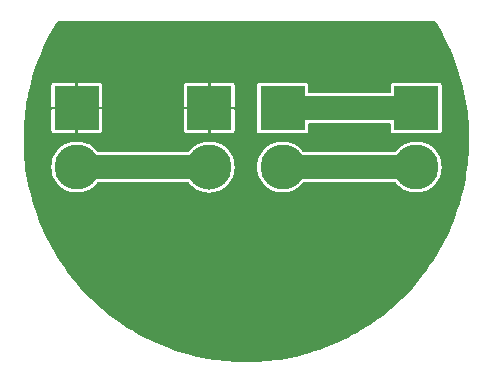
<source format=gbr>
%TF.GenerationSoftware,KiCad,Pcbnew,(7.0.0)*%
%TF.CreationDate,2024-02-03T20:30:22+01:00*%
%TF.ProjectId,Helios_IMU_F,48656c69-6f73-45f4-994d-555f462e6b69,rev?*%
%TF.SameCoordinates,PX9058260PY5c4edc0*%
%TF.FileFunction,Copper,L1,Top*%
%TF.FilePolarity,Positive*%
%FSLAX46Y46*%
G04 Gerber Fmt 4.6, Leading zero omitted, Abs format (unit mm)*
G04 Created by KiCad (PCBNEW (7.0.0)) date 2024-02-03 20:30:22*
%MOMM*%
%LPD*%
G01*
G04 APERTURE LIST*
%TA.AperFunction,ComponentPad*%
%ADD10R,3.800000X3.800000*%
%TD*%
%TA.AperFunction,ComponentPad*%
%ADD11C,3.800000*%
%TD*%
%TA.AperFunction,Conductor*%
%ADD12C,0.500000*%
%TD*%
%TA.AperFunction,Conductor*%
%ADD13C,2.000000*%
%TD*%
G04 APERTURE END LIST*
D10*
%TO.P,J1,1,Pin_1*%
%TO.N,GND*%
X-3146999Y2644999D03*
D11*
%TO.P,J1,2,Pin_2*%
%TO.N,VCC*%
X-3147000Y-2355000D03*
%TD*%
D10*
%TO.P,J2,1,Pin_1*%
%TO.N,SCL*%
X3075999Y2644999D03*
D11*
%TO.P,J2,2,Pin_2*%
%TO.N,SDA*%
X3076000Y-2355000D03*
%TD*%
D10*
%TO.P,J4,1,Pin_1*%
%TO.N,SCL*%
X14378999Y2644999D03*
D11*
%TO.P,J4,2,Pin_2*%
%TO.N,SDA*%
X14379000Y-2355000D03*
%TD*%
D10*
%TO.P,J3,1,Pin_1*%
%TO.N,GND*%
X-14355999Y2644999D03*
D11*
%TO.P,J3,2,Pin_2*%
%TO.N,VCC*%
X-14356000Y-2355000D03*
%TD*%
D12*
%TO.N,VCC*%
X-3147000Y-4046000D02*
X-3147000Y-2355000D01*
D13*
X-14356000Y-2355000D02*
X-3147000Y-2355000D01*
%TO.N,SDA*%
X3076000Y-2355000D02*
X14379000Y-2355000D01*
%TO.N,SCL*%
X3076000Y2645000D02*
X14379000Y2645000D01*
%TD*%
%TA.AperFunction,Conductor*%
%TO.N,GND*%
G36*
X15990208Y9988358D02*
G01*
X16035520Y9943900D01*
X16439096Y9264568D01*
X16441880Y9259626D01*
X16453171Y9238472D01*
X16845967Y8502522D01*
X16848525Y8497454D01*
X17173970Y7814122D01*
X17174036Y7813983D01*
X17218712Y7719876D01*
X17220969Y7714835D01*
X17480388Y7099005D01*
X17480471Y7098806D01*
X17555682Y6919392D01*
X17557682Y6914310D01*
X17771255Y6334455D01*
X17771304Y6334178D01*
X17771351Y6334194D01*
X17855450Y6104279D01*
X17857194Y6099169D01*
X18034458Y5540243D01*
X18034560Y5539919D01*
X18117395Y5276229D01*
X18118885Y5271103D01*
X18264670Y4726003D01*
X18264773Y4725615D01*
X18340955Y4437026D01*
X18342193Y4431898D01*
X18459469Y3896253D01*
X18459567Y3895801D01*
X18525664Y3588425D01*
X18526653Y3583305D01*
X18617257Y3054707D01*
X18621331Y3030326D01*
X18671128Y2732225D01*
X18671871Y2727127D01*
X18736958Y2204799D01*
X18737029Y2204217D01*
X18777042Y1870247D01*
X18777544Y1865181D01*
X18818037Y1348298D01*
X18818086Y1347651D01*
X18843179Y1004306D01*
X18843444Y999284D01*
X18860031Y487427D01*
X18860052Y486718D01*
X18869400Y136279D01*
X18869433Y131311D01*
X18862646Y-375457D01*
X18862633Y-376228D01*
X18855653Y-732066D01*
X18855460Y-736968D01*
X18825761Y-1238198D01*
X18825709Y-1239029D01*
X18801963Y-1598867D01*
X18801549Y-1603694D01*
X18749369Y-2098969D01*
X18749273Y-2099859D01*
X18708450Y-2462224D01*
X18707823Y-2466965D01*
X18633490Y-2956305D01*
X18633342Y-2957250D01*
X18575316Y-3320343D01*
X18574483Y-3324990D01*
X18478406Y-3807518D01*
X18478203Y-3808515D01*
X18402833Y-4171457D01*
X18401800Y-4176000D01*
X18284359Y-4651114D01*
X18284095Y-4652162D01*
X18191378Y-5013707D01*
X18190154Y-5018138D01*
X18051745Y-5485166D01*
X18051415Y-5486259D01*
X17941387Y-5845352D01*
X17939980Y-5849664D01*
X17781051Y-6307817D01*
X17780651Y-6308952D01*
X17653391Y-6664624D01*
X17651808Y-6668808D01*
X17472768Y-7117472D01*
X17472293Y-7118645D01*
X17328017Y-7469744D01*
X17326267Y-7473795D01*
X17127549Y-7912313D01*
X17126995Y-7913518D01*
X16965952Y-8259016D01*
X16964045Y-8262927D01*
X16746120Y-8690603D01*
X16745483Y-8691836D01*
X16567962Y-9030784D01*
X16565907Y-9034549D01*
X16329299Y-9450633D01*
X16328575Y-9451889D01*
X16134863Y-9783456D01*
X16132668Y-9787069D01*
X15877941Y-10190814D01*
X15877127Y-10192088D01*
X15667616Y-10515362D01*
X15665292Y-10518819D01*
X15392933Y-10909648D01*
X15392025Y-10910933D01*
X15167189Y-11224996D01*
X15164745Y-11228293D01*
X14875417Y-11605420D01*
X14874414Y-11606711D01*
X14634660Y-11910831D01*
X14632106Y-11913964D01*
X14326339Y-12276837D01*
X14325236Y-12278127D01*
X14071124Y-12571454D01*
X14068470Y-12574420D01*
X13747006Y-12922279D01*
X13745803Y-12923563D01*
X13477815Y-13205425D01*
X13475071Y-13208221D01*
X13138557Y-13540472D01*
X13137252Y-13541742D01*
X12855953Y-13811437D01*
X12853127Y-13814063D01*
X12502225Y-14130142D01*
X12500818Y-14131390D01*
X12206906Y-14388163D01*
X12204009Y-14390616D01*
X11839449Y-14689941D01*
X11837937Y-14691163D01*
X11532008Y-14934420D01*
X11529052Y-14936700D01*
X11151640Y-15218677D01*
X11150023Y-15219864D01*
X10832658Y-15449073D01*
X10829650Y-15451179D01*
X10440152Y-15715296D01*
X10438431Y-15716442D01*
X10110429Y-15930965D01*
X10107380Y-15932896D01*
X9706630Y-16178647D01*
X9704805Y-16179745D01*
X9366770Y-16379133D01*
X9363688Y-16380892D01*
X8952455Y-16607851D01*
X8950528Y-16608892D01*
X8603297Y-16792602D01*
X8600192Y-16794189D01*
X8179363Y-17001910D01*
X8177335Y-17002889D01*
X7821656Y-17170488D01*
X7818538Y-17171905D01*
X7388877Y-17360044D01*
X7386748Y-17360952D01*
X7023400Y-17512037D01*
X7020277Y-17513286D01*
X6582817Y-17681422D01*
X6580592Y-17682253D01*
X6210343Y-17816474D01*
X6207224Y-17817558D01*
X5762751Y-17965421D01*
X5760430Y-17966168D01*
X5384116Y-18083190D01*
X5381011Y-18084111D01*
X4930472Y-18211409D01*
X4928060Y-18212065D01*
X4546575Y-18311594D01*
X4543489Y-18312357D01*
X4087664Y-18418883D01*
X4085165Y-18419440D01*
X3699387Y-18501232D01*
X3696330Y-18501840D01*
X3236248Y-18587364D01*
X3233665Y-18587816D01*
X2844363Y-18651697D01*
X2841342Y-18652154D01*
X2377976Y-18716510D01*
X2375313Y-18716851D01*
X1983344Y-18762665D01*
X1980368Y-18762976D01*
X1514658Y-18806045D01*
X1511921Y-18806268D01*
X1118143Y-18833906D01*
X1115216Y-18834076D01*
X648101Y-18855780D01*
X645295Y-18855879D01*
X250620Y-18865268D01*
X247751Y-18865303D01*
X-219852Y-18865605D01*
X-222722Y-18865574D01*
X-617399Y-18856692D01*
X-620205Y-18856597D01*
X-1087412Y-18835491D01*
X-1090338Y-18835324D01*
X-1484071Y-18808199D01*
X-1486809Y-18807980D01*
X-1952642Y-18765505D01*
X-1955619Y-18765197D01*
X-2347607Y-18719892D01*
X-2350270Y-18719555D01*
X-2813750Y-18655791D01*
X-2816771Y-18655337D01*
X-3206125Y-18591962D01*
X-3208709Y-18591514D01*
X-3668877Y-18506586D01*
X-3671934Y-18505982D01*
X-4057889Y-18424672D01*
X-4060390Y-18424118D01*
X-4516294Y-18318193D01*
X-4519380Y-18317434D01*
X-4900957Y-18218405D01*
X-4903370Y-18217753D01*
X-5354186Y-18091004D01*
X-5357293Y-18090086D01*
X-5733671Y-17973573D01*
X-5735992Y-17972829D01*
X-6180651Y-17825540D01*
X-6183771Y-17824461D01*
X-6554243Y-17690699D01*
X-6556470Y-17689870D01*
X-6994136Y-17522301D01*
X-6997261Y-17521056D01*
X-7360804Y-17370438D01*
X-7362933Y-17369533D01*
X-7792792Y-17181966D01*
X-7795912Y-17180553D01*
X-8151851Y-17013392D01*
X-8153881Y-17012416D01*
X-8574953Y-16805249D01*
X-8578059Y-16803666D01*
X-8925580Y-16620376D01*
X-8927510Y-16619336D01*
X-9338995Y-16392926D01*
X-9342078Y-16391172D01*
X-9680336Y-16192241D01*
X-9682093Y-16191188D01*
X-9898058Y-16059135D01*
X-10083228Y-15945911D01*
X-10086280Y-15943983D01*
X-10414651Y-15729822D01*
X-10416373Y-15728678D01*
X-10806157Y-15465097D01*
X-10809167Y-15462996D01*
X-11031772Y-15302662D01*
X-11126885Y-15234155D01*
X-11128362Y-15233072D01*
X-11506215Y-14951525D01*
X-11509133Y-14949281D01*
X-11815443Y-14706363D01*
X-11816956Y-14705144D01*
X-12181878Y-14406308D01*
X-12184737Y-14403893D01*
X-12479084Y-14147408D01*
X-12480418Y-14146227D01*
X-12831755Y-13830574D01*
X-12834583Y-13827952D01*
X-12849107Y-13814063D01*
X-13116133Y-13558710D01*
X-13117428Y-13557455D01*
X-13454482Y-13225527D01*
X-13457216Y-13222747D01*
X-13471063Y-13208221D01*
X-13553536Y-13121701D01*
X-13725512Y-12941285D01*
X-13726716Y-12940004D01*
X-14048671Y-12592515D01*
X-14051330Y-12589552D01*
X-14305841Y-12296526D01*
X-14306945Y-12295237D01*
X-14613159Y-11932782D01*
X-14615717Y-11929652D01*
X-14855837Y-11625873D01*
X-14856842Y-11624584D01*
X-15146677Y-11247802D01*
X-15149125Y-11244508D01*
X-15160765Y-11228293D01*
X-15374396Y-10930693D01*
X-15375280Y-10929445D01*
X-15389114Y-10909648D01*
X-15648165Y-10538933D01*
X-15650451Y-10535541D01*
X-15860404Y-10212496D01*
X-15861145Y-10211339D01*
X-16116468Y-9807801D01*
X-16118664Y-9804196D01*
X-16130817Y-9783456D01*
X-16312819Y-9472852D01*
X-16313449Y-9471762D01*
X-16550667Y-9055851D01*
X-16552714Y-9052112D01*
X-16730678Y-8713381D01*
X-16731277Y-8712226D01*
X-16949810Y-8284719D01*
X-16951688Y-8280881D01*
X-17113251Y-7935429D01*
X-17113726Y-7934398D01*
X-17313038Y-7496071D01*
X-17314784Y-7492042D01*
X-17459548Y-7141042D01*
X-17459956Y-7140038D01*
X-17639620Y-6691491D01*
X-17641185Y-6687369D01*
X-17768980Y-6331646D01*
X-17769246Y-6330894D01*
X-17928830Y-5872756D01*
X-17930228Y-5868496D01*
X-18040777Y-5509353D01*
X-18041101Y-5508280D01*
X-18047658Y-5486259D01*
X-18180083Y-5041526D01*
X-18181285Y-5037200D01*
X-18274575Y-4675356D01*
X-18274710Y-4674825D01*
X-18392814Y-4199656D01*
X-18393832Y-4195204D01*
X-18469768Y-3831884D01*
X-18469854Y-3831465D01*
X-18566590Y-3348867D01*
X-18567408Y-3344345D01*
X-18625971Y-2980891D01*
X-18626026Y-2980545D01*
X-18701045Y-2490945D01*
X-18701657Y-2486356D01*
X-18716626Y-2355000D01*
X-16511525Y-2355000D01*
X-16491448Y-2648511D01*
X-16490587Y-2652658D01*
X-16490585Y-2652667D01*
X-16452483Y-2836023D01*
X-16431592Y-2936554D01*
X-16430174Y-2940546D01*
X-16430171Y-2940554D01*
X-16424573Y-2956305D01*
X-16333072Y-3213764D01*
X-16197722Y-3474976D01*
X-16195276Y-3478441D01*
X-16030510Y-3711863D01*
X-16030506Y-3711868D01*
X-16028065Y-3715326D01*
X-15827260Y-3930335D01*
X-15599049Y-4115999D01*
X-15347682Y-4268859D01*
X-15077841Y-4386067D01*
X-14854225Y-4448721D01*
X-14798635Y-4464297D01*
X-14798633Y-4464297D01*
X-14794555Y-4465440D01*
X-14503098Y-4505500D01*
X-14213139Y-4505500D01*
X-14208902Y-4505500D01*
X-13917445Y-4465440D01*
X-13634159Y-4386067D01*
X-13364318Y-4268859D01*
X-13112951Y-4115999D01*
X-12884740Y-3930335D01*
X-12683935Y-3715326D01*
X-12643466Y-3657993D01*
X-12599209Y-3619402D01*
X-12542160Y-3605500D01*
X-4960840Y-3605500D01*
X-4903791Y-3619402D01*
X-4859535Y-3657993D01*
X-4821510Y-3711863D01*
X-4821506Y-3711868D01*
X-4819065Y-3715326D01*
X-4816185Y-3718410D01*
X-4816179Y-3718417D01*
X-4621148Y-3927243D01*
X-4618260Y-3930335D01*
X-4390049Y-4115999D01*
X-4138682Y-4268859D01*
X-3868841Y-4386067D01*
X-3585555Y-4465440D01*
X-3399280Y-4491042D01*
X-3364656Y-4501092D01*
X-3364521Y-4501153D01*
X-3357053Y-4505953D01*
X-3218961Y-4546500D01*
X-3083910Y-4546500D01*
X-3075039Y-4546500D01*
X-2936947Y-4505953D01*
X-2929479Y-4501153D01*
X-2929347Y-4501093D01*
X-2894722Y-4491042D01*
X-2708445Y-4465440D01*
X-2425159Y-4386067D01*
X-2155318Y-4268859D01*
X-1903951Y-4115999D01*
X-1675740Y-3930335D01*
X-1474935Y-3715326D01*
X-1305278Y-3474976D01*
X-1169928Y-3213764D01*
X-1071408Y-2936554D01*
X-1011552Y-2648511D01*
X-991475Y-2355000D01*
X920475Y-2355000D01*
X940552Y-2648511D01*
X941413Y-2652658D01*
X941415Y-2652667D01*
X979517Y-2836023D01*
X1000408Y-2936554D01*
X1001826Y-2940546D01*
X1001829Y-2940554D01*
X1007427Y-2956305D01*
X1098928Y-3213764D01*
X1234278Y-3474976D01*
X1236724Y-3478441D01*
X1401490Y-3711863D01*
X1401494Y-3711868D01*
X1403935Y-3715326D01*
X1604740Y-3930335D01*
X1832951Y-4115999D01*
X2084318Y-4268859D01*
X2354159Y-4386067D01*
X2577775Y-4448721D01*
X2633365Y-4464297D01*
X2633367Y-4464297D01*
X2637445Y-4465440D01*
X2928902Y-4505500D01*
X3218861Y-4505500D01*
X3223098Y-4505500D01*
X3514555Y-4465440D01*
X3797841Y-4386067D01*
X4067682Y-4268859D01*
X4319049Y-4115999D01*
X4547260Y-3930335D01*
X4748065Y-3715326D01*
X4788534Y-3657993D01*
X4832791Y-3619402D01*
X4889840Y-3605500D01*
X12565160Y-3605500D01*
X12622209Y-3619402D01*
X12666465Y-3657993D01*
X12704490Y-3711863D01*
X12704494Y-3711868D01*
X12706935Y-3715326D01*
X12709815Y-3718410D01*
X12709821Y-3718417D01*
X12904852Y-3927243D01*
X12907740Y-3930335D01*
X13135951Y-4115999D01*
X13387318Y-4268859D01*
X13657159Y-4386067D01*
X13880775Y-4448721D01*
X13936365Y-4464297D01*
X13936367Y-4464297D01*
X13940445Y-4465440D01*
X14231902Y-4505500D01*
X14521861Y-4505500D01*
X14526098Y-4505500D01*
X14817555Y-4465440D01*
X15100841Y-4386067D01*
X15370682Y-4268859D01*
X15622049Y-4115999D01*
X15850260Y-3930335D01*
X16051065Y-3715326D01*
X16220722Y-3474976D01*
X16356072Y-3213764D01*
X16454592Y-2936554D01*
X16514448Y-2648511D01*
X16534525Y-2355000D01*
X16514448Y-2061489D01*
X16454592Y-1773446D01*
X16356072Y-1496236D01*
X16220722Y-1235024D01*
X16051065Y-994674D01*
X15850260Y-779665D01*
X15622049Y-594001D01*
X15370682Y-441141D01*
X15366802Y-439455D01*
X15366795Y-439452D01*
X15104722Y-325618D01*
X15104712Y-325614D01*
X15100841Y-323933D01*
X15096769Y-322792D01*
X14821634Y-245702D01*
X14821621Y-245699D01*
X14817555Y-244560D01*
X14813368Y-243984D01*
X14813356Y-243982D01*
X14530295Y-205076D01*
X14530282Y-205075D01*
X14526098Y-204500D01*
X14231902Y-204500D01*
X14227718Y-205075D01*
X14227704Y-205076D01*
X13944643Y-243982D01*
X13944628Y-243984D01*
X13940445Y-244560D01*
X13936381Y-245698D01*
X13936365Y-245702D01*
X13661230Y-322792D01*
X13661225Y-322793D01*
X13657159Y-323933D01*
X13653291Y-325612D01*
X13653277Y-325618D01*
X13391204Y-439452D01*
X13391191Y-439458D01*
X13387318Y-441141D01*
X13383707Y-443336D01*
X13383699Y-443341D01*
X13139563Y-591804D01*
X13139557Y-591807D01*
X13135951Y-594001D01*
X13132676Y-596664D01*
X13132668Y-596671D01*
X12911025Y-776992D01*
X12911021Y-776995D01*
X12907740Y-779665D01*
X12904861Y-782747D01*
X12904852Y-782756D01*
X12709821Y-991582D01*
X12709809Y-991596D01*
X12706935Y-994674D01*
X12704499Y-998124D01*
X12704490Y-998136D01*
X12666465Y-1052007D01*
X12622209Y-1090598D01*
X12565160Y-1104500D01*
X4889840Y-1104500D01*
X4832791Y-1090598D01*
X4788535Y-1052007D01*
X4750509Y-998136D01*
X4750506Y-998133D01*
X4748065Y-994674D01*
X4745182Y-991588D01*
X4745178Y-991582D01*
X4550147Y-782756D01*
X4550145Y-782754D01*
X4547260Y-779665D01*
X4319049Y-594001D01*
X4067682Y-441141D01*
X4063802Y-439455D01*
X4063795Y-439452D01*
X3801722Y-325618D01*
X3801712Y-325614D01*
X3797841Y-323933D01*
X3793769Y-322792D01*
X3518634Y-245702D01*
X3518621Y-245699D01*
X3514555Y-244560D01*
X3510368Y-243984D01*
X3510356Y-243982D01*
X3227295Y-205076D01*
X3227282Y-205075D01*
X3223098Y-204500D01*
X2928902Y-204500D01*
X2924718Y-205075D01*
X2924704Y-205076D01*
X2641643Y-243982D01*
X2641628Y-243984D01*
X2637445Y-244560D01*
X2633381Y-245698D01*
X2633365Y-245702D01*
X2358230Y-322792D01*
X2358225Y-322793D01*
X2354159Y-323933D01*
X2350291Y-325612D01*
X2350277Y-325618D01*
X2088204Y-439452D01*
X2088191Y-439458D01*
X2084318Y-441141D01*
X2080707Y-443336D01*
X2080699Y-443341D01*
X1836563Y-591804D01*
X1836557Y-591807D01*
X1832951Y-594001D01*
X1829676Y-596664D01*
X1829668Y-596671D01*
X1608025Y-776992D01*
X1608021Y-776995D01*
X1604740Y-779665D01*
X1601861Y-782747D01*
X1601852Y-782756D01*
X1406823Y-991581D01*
X1406818Y-991586D01*
X1403935Y-994674D01*
X1401499Y-998124D01*
X1401490Y-998136D01*
X1236724Y-1231558D01*
X1236720Y-1231563D01*
X1234278Y-1235024D01*
X1232332Y-1238778D01*
X1232328Y-1238786D01*
X1100877Y-1492473D01*
X1100872Y-1492483D01*
X1098928Y-1496236D01*
X1097511Y-1500221D01*
X1097507Y-1500232D01*
X1001829Y-1769445D01*
X1001825Y-1769457D01*
X1000408Y-1773446D01*
X999545Y-1777596D01*
X999544Y-1777602D01*
X941415Y-2057332D01*
X941413Y-2057343D01*
X940552Y-2061489D01*
X940263Y-2065713D01*
X940262Y-2065721D01*
X920764Y-2350775D01*
X920475Y-2355000D01*
X-991475Y-2355000D01*
X-1011552Y-2061489D01*
X-1071408Y-1773446D01*
X-1169928Y-1496236D01*
X-1305278Y-1235024D01*
X-1474935Y-994674D01*
X-1675740Y-779665D01*
X-1903951Y-594001D01*
X-2155318Y-441141D01*
X-2159198Y-439455D01*
X-2159205Y-439452D01*
X-2421278Y-325618D01*
X-2421288Y-325614D01*
X-2425159Y-323933D01*
X-2429231Y-322792D01*
X-2704366Y-245702D01*
X-2704379Y-245699D01*
X-2708445Y-244560D01*
X-2712632Y-243984D01*
X-2712644Y-243982D01*
X-2995705Y-205076D01*
X-2995718Y-205075D01*
X-2999902Y-204500D01*
X-3294098Y-204500D01*
X-3298282Y-205075D01*
X-3298296Y-205076D01*
X-3581357Y-243982D01*
X-3581372Y-243984D01*
X-3585555Y-244560D01*
X-3589619Y-245698D01*
X-3589635Y-245702D01*
X-3864770Y-322792D01*
X-3864775Y-322793D01*
X-3868841Y-323933D01*
X-3872709Y-325612D01*
X-3872723Y-325618D01*
X-4134796Y-439452D01*
X-4134809Y-439458D01*
X-4138682Y-441141D01*
X-4142293Y-443336D01*
X-4142301Y-443341D01*
X-4386437Y-591804D01*
X-4386443Y-591807D01*
X-4390049Y-594001D01*
X-4393324Y-596664D01*
X-4393332Y-596671D01*
X-4614975Y-776992D01*
X-4614979Y-776995D01*
X-4618260Y-779665D01*
X-4621139Y-782747D01*
X-4621148Y-782756D01*
X-4816179Y-991582D01*
X-4816191Y-991596D01*
X-4819065Y-994674D01*
X-4821501Y-998124D01*
X-4821510Y-998136D01*
X-4859535Y-1052007D01*
X-4903791Y-1090598D01*
X-4960840Y-1104500D01*
X-12542160Y-1104500D01*
X-12599209Y-1090598D01*
X-12643465Y-1052007D01*
X-12681491Y-998136D01*
X-12681494Y-998133D01*
X-12683935Y-994674D01*
X-12686818Y-991588D01*
X-12686822Y-991582D01*
X-12881853Y-782756D01*
X-12881855Y-782754D01*
X-12884740Y-779665D01*
X-13112951Y-594001D01*
X-13364318Y-441141D01*
X-13368198Y-439455D01*
X-13368205Y-439452D01*
X-13630278Y-325618D01*
X-13630288Y-325614D01*
X-13634159Y-323933D01*
X-13638231Y-322792D01*
X-13913366Y-245702D01*
X-13913379Y-245699D01*
X-13917445Y-244560D01*
X-13921632Y-243984D01*
X-13921644Y-243982D01*
X-14204705Y-205076D01*
X-14204718Y-205075D01*
X-14208902Y-204500D01*
X-14503098Y-204500D01*
X-14507282Y-205075D01*
X-14507296Y-205076D01*
X-14790357Y-243982D01*
X-14790372Y-243984D01*
X-14794555Y-244560D01*
X-14798619Y-245698D01*
X-14798635Y-245702D01*
X-15073770Y-322792D01*
X-15073775Y-322793D01*
X-15077841Y-323933D01*
X-15081709Y-325612D01*
X-15081723Y-325618D01*
X-15343796Y-439452D01*
X-15343809Y-439458D01*
X-15347682Y-441141D01*
X-15351293Y-443336D01*
X-15351301Y-443341D01*
X-15595437Y-591804D01*
X-15595443Y-591807D01*
X-15599049Y-594001D01*
X-15602324Y-596664D01*
X-15602332Y-596671D01*
X-15823975Y-776992D01*
X-15823979Y-776995D01*
X-15827260Y-779665D01*
X-15830139Y-782747D01*
X-15830148Y-782756D01*
X-16025177Y-991581D01*
X-16025182Y-991586D01*
X-16028065Y-994674D01*
X-16030501Y-998124D01*
X-16030510Y-998136D01*
X-16195276Y-1231558D01*
X-16195280Y-1231563D01*
X-16197722Y-1235024D01*
X-16199668Y-1238778D01*
X-16199672Y-1238786D01*
X-16331123Y-1492473D01*
X-16331128Y-1492483D01*
X-16333072Y-1496236D01*
X-16334489Y-1500221D01*
X-16334493Y-1500232D01*
X-16430171Y-1769445D01*
X-16430175Y-1769457D01*
X-16431592Y-1773446D01*
X-16432455Y-1777596D01*
X-16432456Y-1777602D01*
X-16490585Y-2057332D01*
X-16490587Y-2057343D01*
X-16491448Y-2061489D01*
X-16491737Y-2065713D01*
X-16491738Y-2065721D01*
X-16511236Y-2350775D01*
X-16511525Y-2355000D01*
X-18716626Y-2355000D01*
X-18742964Y-2123887D01*
X-18742981Y-2123739D01*
X-18795876Y-1627800D01*
X-18796286Y-1623071D01*
X-18820512Y-1263037D01*
X-18820520Y-1262910D01*
X-18850895Y-761190D01*
X-18851090Y-756416D01*
X-18858539Y-400129D01*
X-18865985Y107071D01*
X-18865959Y111916D01*
X-18857049Y462847D01*
X-18848846Y726472D01*
X-16506000Y726472D01*
X-16504811Y714396D01*
X-16493878Y659434D01*
X-16484711Y637301D01*
X-16443025Y574914D01*
X-16426087Y557976D01*
X-16363700Y516290D01*
X-16341567Y507123D01*
X-16286605Y496190D01*
X-16274528Y495000D01*
X-14497326Y495000D01*
X-14484451Y498451D01*
X-14481000Y511326D01*
X-14231000Y511326D01*
X-14227550Y498451D01*
X-14214674Y495000D01*
X-12437472Y495000D01*
X-12425396Y496190D01*
X-12370434Y507123D01*
X-12348301Y516290D01*
X-12285914Y557976D01*
X-12268976Y574914D01*
X-12227290Y637301D01*
X-12218123Y659434D01*
X-12207190Y714396D01*
X-12206000Y726472D01*
X-5297000Y726472D01*
X-5295811Y714396D01*
X-5284878Y659434D01*
X-5275711Y637301D01*
X-5234025Y574914D01*
X-5217087Y557976D01*
X-5154700Y516290D01*
X-5132567Y507123D01*
X-5077605Y496190D01*
X-5065528Y495000D01*
X-3288326Y495000D01*
X-3275451Y498451D01*
X-3272000Y511326D01*
X-3022000Y511326D01*
X-3018550Y498451D01*
X-3005674Y495000D01*
X-1228472Y495000D01*
X-1216396Y496190D01*
X-1161434Y507123D01*
X-1139301Y516290D01*
X-1076914Y557976D01*
X-1059976Y574914D01*
X-1018290Y637301D01*
X-1009123Y659434D01*
X-998190Y714396D01*
X-997606Y720326D01*
X925500Y720326D01*
X926688Y714351D01*
X926689Y714347D01*
X937650Y659241D01*
X937651Y659238D01*
X940034Y647260D01*
X995399Y564399D01*
X1078260Y509034D01*
X1151326Y494500D01*
X4994579Y494500D01*
X5000674Y494500D01*
X5073740Y509034D01*
X5156601Y564399D01*
X5211966Y647260D01*
X5226500Y720326D01*
X5226500Y1270500D01*
X5243113Y1332500D01*
X5288500Y1377887D01*
X5350500Y1394500D01*
X12104500Y1394500D01*
X12166500Y1377887D01*
X12211887Y1332500D01*
X12228500Y1270500D01*
X12228500Y720326D01*
X12229688Y714351D01*
X12229689Y714347D01*
X12240650Y659241D01*
X12240651Y659238D01*
X12243034Y647260D01*
X12298399Y564399D01*
X12381260Y509034D01*
X12454326Y494500D01*
X16297579Y494500D01*
X16303674Y494500D01*
X16376740Y509034D01*
X16459601Y564399D01*
X16514966Y647260D01*
X16529500Y720326D01*
X16529500Y4569674D01*
X16514966Y4642740D01*
X16459601Y4725601D01*
X16376740Y4780966D01*
X16364762Y4783349D01*
X16364759Y4783350D01*
X16309653Y4794311D01*
X16309649Y4794312D01*
X16303674Y4795500D01*
X12454326Y4795500D01*
X12448351Y4794312D01*
X12448346Y4794311D01*
X12393240Y4783350D01*
X12393235Y4783349D01*
X12381260Y4780966D01*
X12371105Y4774181D01*
X12371103Y4774180D01*
X12308551Y4732385D01*
X12308548Y4732383D01*
X12298399Y4725601D01*
X12291617Y4715452D01*
X12291615Y4715449D01*
X12249820Y4652897D01*
X12249819Y4652895D01*
X12243034Y4642740D01*
X12240651Y4630765D01*
X12240650Y4630760D01*
X12229689Y4575654D01*
X12229688Y4575649D01*
X12228500Y4569674D01*
X12228500Y4563579D01*
X12228500Y4019500D01*
X12211887Y3957500D01*
X12166500Y3912113D01*
X12104500Y3895500D01*
X5350500Y3895500D01*
X5288500Y3912113D01*
X5243113Y3957500D01*
X5226500Y4019500D01*
X5226500Y4563579D01*
X5226500Y4569674D01*
X5211966Y4642740D01*
X5156601Y4725601D01*
X5073740Y4780966D01*
X5061762Y4783349D01*
X5061759Y4783350D01*
X5006653Y4794311D01*
X5006649Y4794312D01*
X5000674Y4795500D01*
X1151326Y4795500D01*
X1145351Y4794312D01*
X1145346Y4794311D01*
X1090240Y4783350D01*
X1090235Y4783349D01*
X1078260Y4780966D01*
X1068105Y4774181D01*
X1068103Y4774180D01*
X1005551Y4732385D01*
X1005548Y4732383D01*
X995399Y4725601D01*
X988617Y4715452D01*
X988615Y4715449D01*
X946820Y4652897D01*
X946819Y4652895D01*
X940034Y4642740D01*
X937651Y4630765D01*
X937650Y4630760D01*
X926689Y4575654D01*
X926688Y4575649D01*
X925500Y4569674D01*
X925500Y720326D01*
X-997606Y720326D01*
X-997000Y726472D01*
X-997000Y2503674D01*
X-1000451Y2516550D01*
X-1013326Y2520000D01*
X-3005674Y2520000D01*
X-3018550Y2516550D01*
X-3022000Y2503674D01*
X-3022000Y511326D01*
X-3272000Y511326D01*
X-3272000Y2503674D01*
X-3275451Y2516550D01*
X-3288326Y2520000D01*
X-5280674Y2520000D01*
X-5293550Y2516550D01*
X-5297000Y2503674D01*
X-5297000Y726472D01*
X-12206000Y726472D01*
X-12206000Y2503674D01*
X-12209451Y2516550D01*
X-12222326Y2520000D01*
X-14214674Y2520000D01*
X-14227550Y2516550D01*
X-14231000Y2503674D01*
X-14231000Y511326D01*
X-14481000Y511326D01*
X-14481000Y2503674D01*
X-14484451Y2516550D01*
X-14497326Y2520000D01*
X-16489674Y2520000D01*
X-16502550Y2516550D01*
X-16506000Y2503674D01*
X-16506000Y726472D01*
X-18848846Y726472D01*
X-18841109Y975105D01*
X-18840858Y979981D01*
X-18816192Y1323571D01*
X-18776319Y1841101D01*
X-18775837Y1846022D01*
X-18736232Y2180235D01*
X-18671755Y2703165D01*
X-18671040Y2708112D01*
X-18658078Y2786326D01*
X-16506000Y2786326D01*
X-16502550Y2773451D01*
X-16489674Y2770000D01*
X-14497326Y2770000D01*
X-14484451Y2773451D01*
X-14481000Y2786326D01*
X-14231000Y2786326D01*
X-14227550Y2773451D01*
X-14214674Y2770000D01*
X-12222326Y2770000D01*
X-12209451Y2773451D01*
X-12206000Y2786326D01*
X-5297000Y2786326D01*
X-5293550Y2773451D01*
X-5280674Y2770000D01*
X-3288326Y2770000D01*
X-3275451Y2773451D01*
X-3272000Y2786326D01*
X-3022000Y2786326D01*
X-3018550Y2773451D01*
X-3005674Y2770000D01*
X-1013326Y2770000D01*
X-1000451Y2773451D01*
X-997000Y2786326D01*
X-997000Y4563528D01*
X-998190Y4575605D01*
X-1009123Y4630567D01*
X-1018290Y4652700D01*
X-1059976Y4715087D01*
X-1076914Y4732025D01*
X-1139301Y4773711D01*
X-1161434Y4782878D01*
X-1216396Y4793811D01*
X-1228472Y4795000D01*
X-3005674Y4795000D01*
X-3018550Y4791550D01*
X-3022000Y4778674D01*
X-3022000Y2786326D01*
X-3272000Y2786326D01*
X-3272000Y4778674D01*
X-3275451Y4791550D01*
X-3288326Y4795000D01*
X-5065528Y4795000D01*
X-5077605Y4793811D01*
X-5132567Y4782878D01*
X-5154700Y4773711D01*
X-5217087Y4732025D01*
X-5234025Y4715087D01*
X-5275711Y4652700D01*
X-5284878Y4630567D01*
X-5295811Y4575605D01*
X-5297000Y4563528D01*
X-5297000Y2786326D01*
X-12206000Y2786326D01*
X-12206000Y4563528D01*
X-12207190Y4575605D01*
X-12218123Y4630567D01*
X-12227290Y4652700D01*
X-12268976Y4715087D01*
X-12285914Y4732025D01*
X-12348301Y4773711D01*
X-12370434Y4782878D01*
X-12425396Y4793811D01*
X-12437472Y4795000D01*
X-14214674Y4795000D01*
X-14227550Y4791550D01*
X-14231000Y4778674D01*
X-14231000Y2786326D01*
X-14481000Y2786326D01*
X-14481000Y4778674D01*
X-14484451Y4791550D01*
X-14497326Y4795000D01*
X-16274528Y4795000D01*
X-16286605Y4793811D01*
X-16341567Y4782878D01*
X-16363700Y4773711D01*
X-16426087Y4732025D01*
X-16443025Y4715087D01*
X-16484711Y4652700D01*
X-16493878Y4630567D01*
X-16504811Y4575605D01*
X-16506000Y4563528D01*
X-16506000Y2786326D01*
X-18658078Y2786326D01*
X-18617563Y3030787D01*
X-18527633Y3559537D01*
X-18526683Y3564491D01*
X-18460953Y3872091D01*
X-18344265Y4408354D01*
X-18343056Y4413391D01*
X-18267211Y4702204D01*
X-18122029Y5247867D01*
X-18120595Y5252825D01*
X-18038000Y5516935D01*
X-18037911Y5516908D01*
X-18037901Y5517250D01*
X-17861414Y6076222D01*
X-17859710Y6081236D01*
X-17775828Y6311473D01*
X-17775818Y6311500D01*
X-17775744Y6311473D01*
X-17775726Y6311755D01*
X-17562946Y6891755D01*
X-17560998Y6896726D01*
X-17486065Y7076128D01*
X-17227262Y7692714D01*
X-17225080Y7697604D01*
X-17180325Y7792195D01*
X-17180003Y7792873D01*
X-17179976Y7792860D01*
X-17179943Y7792999D01*
X-16855843Y8475768D01*
X-16853315Y8480795D01*
X-16450157Y9238504D01*
X-16447412Y9243389D01*
X-16044705Y9923254D01*
X-15999452Y9967769D01*
X-15938101Y9984057D01*
X15928834Y10004567D01*
X15990208Y9988358D01*
G37*
%TD.AperFunction*%
%TD*%
M02*

</source>
